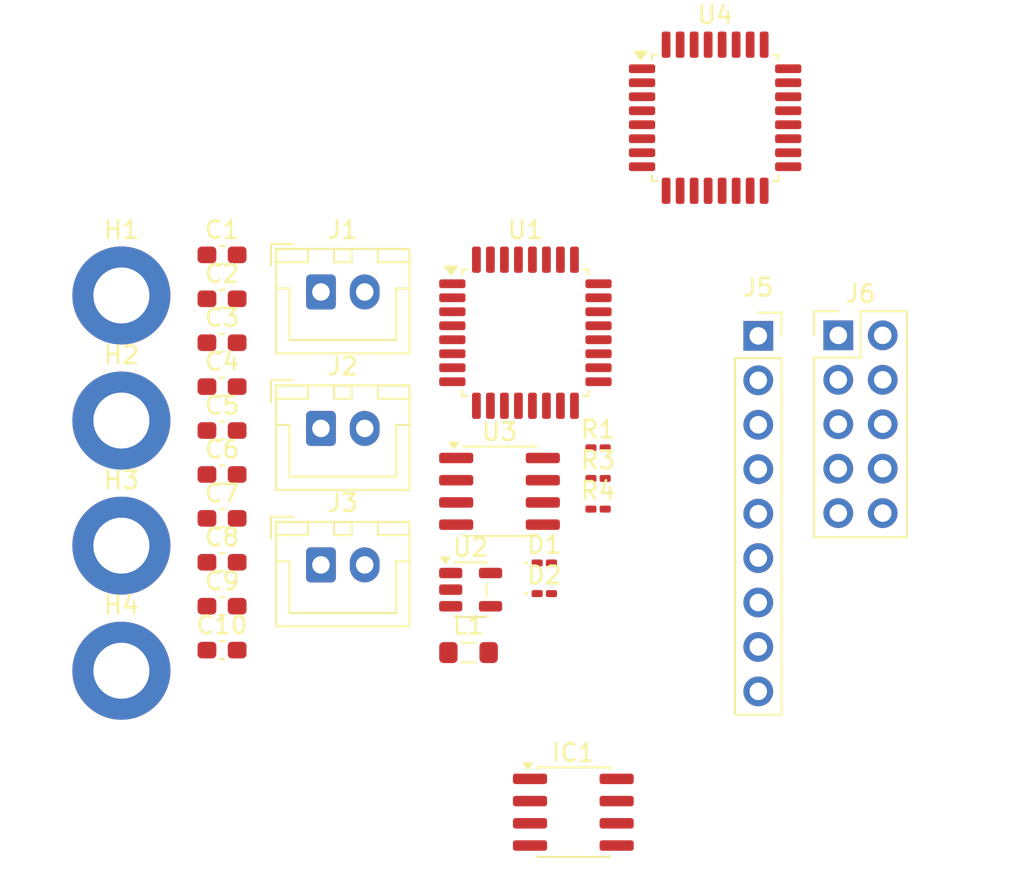
<source format=kicad_pcb>
(kicad_pcb (version 20241229) (generator "pcbnew") (generator_version "9.0")
  (layers (0 "F.Cu" signal) (2 "B.Cu" signal) (13 "F.Paste" user) (15 "B.Paste" user) (5 "F.SilkS" user "F.Silkscreen") (7 "B.SilkS" user "B.Silkscreen") (1 "F.Mask" user) (3 "B.Mask" user) (25 "Edge.Cuts" user))
  (net 0 "")
  (net 1 "GND")
  (net 2 "+5V")
  (net 3 "+3.3V")
  (net 4 "NRST")
  (net 5 "+3.3VA")
  (net 6 "Net-(D1-K)")
  (net 7 "LED_Status")
  (net 8 "Net-(D2-K)")
  (net 9 "ADC_IN1")
  (net 10 "DAC_OUT")
  (net 11 "LPn")
  (net 12 "SCL")
  (net 13 "INT")
  (net 14 "USART2_TX")
  (net 15 "USART2_RX")
  (net 16 "SWDCK")
  (net 17 "PWR_EN")
  (net 18 "SWDIO")
  (net 19 "Net-(U1-PB9)")
  (net 21 "DAC_nLDAC")
  (net 31 "SPI1_SCK")
  (net 33 "DAC_nCS")
  (net 36 "SPI1_MOSI")
  (net 40 "I2C_RST")
  (net 41 "SDA")
  (net 60 "Net-(U4-PB8)")
  (net 62 "PG10")
  (net 72 "AVDD")
  (footprint "MountingHole:MountingHole_3.2mm_M3_DIN965_Pad" (layer "F.Cu") (at 165.22 83.72)
    (property "Reference" "H4" (at 0 -3.75 0) (layer "F.SilkS"))
    (property "Value" "MountingHole_Pad")
    (pad "1" thru_hole circle (at 0 0) (size 5.6 5.6) (drill 3.2) (layers "*.Cu" "*.Mask") (net 1 "GND"))
  )
  (footprint "Capacitor_SMD:C_0603_1608Metric_Pad1.08x0.95mm_HandSolder" (layer "F.Cu") (at 170.97 62.46)
    (property "Reference" "C2" (at 0 -1.43 0) (layer "F.SilkS"))
    (property "Value" "1u")
    (fp_line (start -0.146267 -0.51) (end 0.146267 -0.51) (stroke (width 0.12)) (layer "F.SilkS"))
    (fp_line (start -0.146267 0.51) (end 0.146267 0.51) (stroke (width 0.12)) (layer "F.SilkS"))
    (pad "1" smd roundrect (at -0.8625 0) (size 1.075 0.95) (layers "F.Cu" "F.Mask" "F.Paste") (net 3 "+3.3V"))
    (pad "2" smd roundrect (at 0.8625 0) (size 1.075 0.95) (layers "F.Cu" "F.Mask" "F.Paste") (net 1 "GND"))
  )
  (footprint "Capacitor_SMD:C_0603_1608Metric_Pad1.08x0.95mm_HandSolder" (layer "F.Cu") (at 170.97 75.01)
    (property "Reference" "C7" (at 0 -1.43 0) (layer "F.SilkS"))
    (property "Value" "1u")
    (fp_line (start -0.146267 -0.51) (end 0.146267 -0.51) (stroke (width 0.12)) (layer "F.SilkS"))
    (fp_line (start -0.146267 0.51) (end 0.146267 0.51) (stroke (width 0.12)) (layer "F.SilkS"))
    (pad "1" smd roundrect (at -0.8625 0) (size 1.075 0.95) (layers "F.Cu" "F.Mask" "F.Paste") (net 5 "+3.3VA"))
    (pad "2" smd roundrect (at 0.8625 0) (size 1.075 0.95) (layers "F.Cu" "F.Mask" "F.Paste") (net 1 "GND"))
  )
  (footprint "Package_TO_SOT_SMD:SOT-23-5" (layer "F.Cu") (at 185.17 79.085)
    (property "Reference" "U2" (at 0 -2.4 0) (layer "F.SilkS"))
    (property "Value" "BU33SD5WG-TR")
    (fp_line (start -0.91 -1.56) (end 0.91 -1.56) (stroke (width 0.12)) (layer "F.SilkS"))
    (fp_line (start -0.91 -1.51) (end -0.91 -1.56) (stroke (width 0.12)) (layer "F.SilkS"))
    (fp_line (start -0.91 1.56) (end -0.91 1.51) (stroke (width 0.12)) (layer "F.SilkS"))
    (fp_line (start 0.91 -1.56) (end 0.91 -1.51) (stroke (width 0.12)) (layer "F.SilkS"))
    (fp_line (start 0.91 -0.39) (end 0.91 0.39) (stroke (width 0.12)) (layer "F.SilkS"))
    (fp_line (start 0.91 1.51) (end 0.91 1.56) (stroke (width 0.12)) (layer "F.SilkS"))
    (fp_line (start 0.91 1.56) (end -0.91 1.56) (stroke (width 0.12)) (layer "F.SilkS"))
    (fp_poly (pts (xy -1.45 -1.51) (xy -1.69 -1.84) (xy -1.21 -1.84)) (stroke (width 0.12)) (fill yes) (layer "F.SilkS"))
    (pad "1" smd roundrect (at -1.1375 -0.95) (size 1.325 0.6) (layers "F.Cu" "F.Mask" "F.Paste") (net 2 "+5V"))
    (pad "2" smd roundrect (at -1.1375 0) (size 1.325 0.6) (layers "F.Cu" "F.Mask" "F.Paste") (net 1 "GND"))
    (pad "3" smd roundrect (at -1.1375 0.95) (size 1.325 0.6) (layers "F.Cu" "F.Mask" "F.Paste") (net 2 "+5V"))
    (pad "4" smd roundrect (at 1.1375 0.95) (size 1.325 0.6) (layers "F.Cu" "F.Mask" "F.Paste"))
    (pad "5" smd roundrect (at 1.1375 -0.95) (size 1.325 0.6) (layers "F.Cu" "F.Mask" "F.Paste") (net 3 "+3.3V"))
  )
  (footprint "Package_QFP:LQFP-32_7x7mm_P0.8mm" (layer "F.Cu") (at 199.1375 52.11)
    (property "Reference" "U4" (at 0 -5.88 0) (layer "F.SilkS"))
    (property "Value" "STM32G431K8Tx")
    (fp_line (start -3.61 -3.61) (end -3.31 -3.61) (stroke (width 0.12)) (layer "F.SilkS"))
    (fp_line (start -3.61 -3.31) (end -3.61 -3.61) (stroke (width 0.12)) (layer "F.SilkS"))
    (fp_line (start -3.61 3.61) (end -3.61 3.31) (stroke (width 0.12)) (layer "F.SilkS"))
    (fp_line (start -3.31 3.61) (end -3.61 3.61) (stroke (width 0.12)) (layer "F.SilkS"))
    (fp_line (start 3.31 -3.61) (end 3.61 -3.61) (stroke (width 0.12)) (layer "F.SilkS"))
    (fp_line (start 3.61 -3.61) (end 3.61 -3.31) (stroke (width 0.12)) (layer "F.SilkS"))
    (fp_line (start 3.61 3.31) (end 3.61 3.61) (stroke (width 0.12)) (layer "F.SilkS"))
    (fp_line (start 3.61 3.61) (end 3.31 3.61) (stroke (width 0.12)) (layer "F.SilkS"))
    (fp_poly (pts (xy -4.25 -3.32) (xy -4.59 -3.79) (xy -3.91 -3.79)) (stroke (width 0.12)) (fill yes) (layer "F.SilkS"))
    (pad "1" smd roundrect (at -4.175 -2.8) (size 1.5 0.5) (layers "F.Cu" "F.Mask" "F.Paste") (net 3 "+3.3V"))
    (pad "2" smd roundrect (at -4.175 -2) (size 1.5 0.5) (layers "F.Cu" "F.Mask" "F.Paste"))
    (pad "3" smd roundrect (at -4.175 -1.2) (size 1.5 0.5) (layers "F.Cu" "F.Mask" "F.Paste"))
    (pad "4" smd roundrect (at -4.175 -0.4) (size 1.5 0.5) (layers "F.Cu" "F.Mask" "F.Paste") (net 62 "PG10"))
    (pad "5" smd roundrect (at -4.175 0.4) (size 1.5 0.5) (layers "F.Cu" "F.Mask" "F.Paste") (net 15 "USART2_RX"))
    (pad "6" smd roundrect (at -4.175 1.2) (size 1.5 0.5) (layers "F.Cu" "F.Mask" "F.Paste") (net 9 "ADC_IN1"))
    (pad "7" smd roundrect (at -4.175 2) (size 1.5 0.5) (layers "F.Cu" "F.Mask" "F.Paste") (net 14 "USART2_TX"))
    (pad "8" smd roundrect (at -4.175 2.8) (size 1.5 0.5) (layers "F.Cu" "F.Mask" "F.Paste"))
    (pad "9" smd roundrect (at -2.8 4.175) (size 0.5 1.5) (layers "F.Cu" "F.Mask" "F.Paste"))
    (pad "10" smd roundrect (at -2 4.175) (size 0.5 1.5) (layers "F.Cu" "F.Mask" "F.Paste"))
    (pad "11" smd roundrect (at -1.2 4.175) (size 0.5 1.5) (layers "F.Cu" "F.Mask" "F.Paste"))
    (pad "12" smd roundrect (at -0.4 4.175) (size 0.5 1.5) (layers "F.Cu" "F.Mask" "F.Paste"))
    (pad "13" smd roundrect (at 0.4 4.175) (size 0.5 1.5) (layers "F.Cu" "F.Mask" "F.Paste"))
    (pad "14" smd roundrect (at 1.2 4.175) (size 0.5 1.5) (layers "F.Cu" "F.Mask" "F.Paste") (net 1 "GND"))
    (pad "15" smd roundrect (at 2 4.175) (size 0.5 1.5) (layers "F.Cu" "F.Mask" "F.Paste") (net 5 "+3.3VA"))
    (pad "16" smd roundrect (at 2.8 4.175) (size 0.5 1.5) (layers "F.Cu" "F.Mask" "F.Paste") (net 1 "GND"))
    (pad "17" smd roundrect (at 4.175 2.8) (size 1.5 0.5) (layers "F.Cu" "F.Mask" "F.Paste") (net 3 "+3.3V"))
    (pad "18" smd roundrect (at 4.175 2) (size 1.5 0.5) (layers "F.Cu" "F.Mask" "F.Paste") (net 7 "LED_Status"))
    (pad "19" smd roundrect (at 4.175 1.2) (size 1.5 0.5) (layers "F.Cu" "F.Mask" "F.Paste"))
    (pad "20" smd roundrect (at 4.175 0.4) (size 1.5 0.5) (layers "F.Cu" "F.Mask" "F.Paste"))
    (pad "21" smd roundrect (at 4.175 -0.4) (size 1.5 0.5) (layers "F.Cu" "F.Mask" "F.Paste"))
    (pad "22" smd roundrect (at 4.175 -1.2) (size 1.5 0.5) (layers "F.Cu" "F.Mask" "F.Paste"))
    (pad "23" smd roundrect (at 4.175 -2) (size 1.5 0.5) (layers "F.Cu" "F.Mask" "F.Paste") (net 18 "SWDIO"))
    (pad "24" smd roundrect (at 4.175 -2.8) (size 1.5 0.5) (layers "F.Cu" "F.Mask" "F.Paste") (net 16 "SWDCK"))
    (pad "25" smd roundrect (at 2.8 -4.175) (size 0.5 1.5) (layers "F.Cu" "F.Mask" "F.Paste"))
    (pad "26" smd roundrect (at 2 -4.175) (size 0.5 1.5) (layers "F.Cu" "F.Mask" "F.Paste"))
    (pad "27" smd roundrect (at 1.2 -4.175) (size 0.5 1.5) (layers "F.Cu" "F.Mask" "F.Paste"))
    (pad "28" smd roundrect (at 0.4 -4.175) (size 0.5 1.5) (layers "F.Cu" "F.Mask" "F.Paste"))
    (pad "29" smd roundrect (at -0.4 -4.175) (size 0.5 1.5) (layers "F.Cu" "F.Mask" "F.Paste"))
    (pad "30" smd roundrect (at -1.2 -4.175) (size 0.5 1.5) (layers "F.Cu" "F.Mask" "F.Paste"))
    (pad "31" smd roundrect (at -2 -4.175) (size 0.5 1.5) (layers "F.Cu" "F.Mask" "F.Paste") (net 60 "Net-(U4-PB8)"))
    (pad "32" smd roundrect (at -2.8 -4.175) (size 0.5 1.5) (layers "F.Cu" "F.Mask" "F.Paste") (net 1 "GND"))
  )
  (footprint "Package_SO:SOIC-8_3.9x4.9mm_P1.27mm" (layer "F.Cu") (at 191.0375 91.805)
    (property "Reference" "IC1" (at 0 -3.4 0) (layer "F.SilkS"))
    (property "Value" "M95512-RMN6TP")
    (fp_line (start -2.06 -2.56) (end 2.06 -2.56) (stroke (width 0.12)) (layer "F.SilkS"))
    (fp_line (start -2.06 -2.465) (end -2.06 -2.56) (stroke (width 0.12)) (layer "F.SilkS"))
    (fp_line (start -2.06 2.56) (end -2.06 2.465) (stroke (width 0.12)) (layer "F.SilkS"))
    (fp_line (start 2.06 -2.56) (end 2.06 -2.465) (stroke (width 0.12)) (layer "F.SilkS"))
    (fp_line (start 2.06 2.465) (end 2.06 2.56) (stroke (width 0.12)) (layer "F.SilkS"))
    (fp_line (start 2.06 2.56) (end -2.06 2.56) (stroke (width 0.12)) (layer "F.SilkS"))
    (fp_poly (pts (xy -2.6 -2.47) (xy -2.84 -2.8) (xy -2.36 -2.8)) (stroke (width 0.12)) (fill yes) (layer "F.SilkS"))
    (pad "1" smd roundrect (at -2.475 -1.905) (size 1.95 0.6) (layers "F.Cu" "F.Mask" "F.Paste"))
    (pad "2" smd roundrect (at -2.475 -0.635) (size 1.95 0.6) (layers "F.Cu" "F.Mask" "F.Paste"))
    (pad "3" smd roundrect (at -2.475 0.635) (size 1.95 0.6) (layers "F.Cu" "F.Mask" "F.Paste"))
    (pad "4" smd roundrect (at -2.475 1.905) (size 1.95 0.6) (layers "F.Cu" "F.Mask" "F.Paste"))
    (pad "5" smd roundrect (at 2.475 1.905) (size 1.95 0.6) (layers "F.Cu" "F.Mask" "F.Paste"))
    (pad "6" smd roundrect (at 2.475 0.635) (size 1.95 0.6) (layers "F.Cu" "F.Mask" "F.Paste"))
    (pad "7" smd roundrect (at 2.475 -0.635) (size 1.95 0.6) (layers "F.Cu" "F.Mask" "F.Paste"))
    (pad "8" smd roundrect (at 2.475 -1.905) (size 1.95 0.6) (layers "F.Cu" "F.Mask" "F.Paste"))
  )
  (footprint "Capacitor_SMD:C_0603_1608Metric_Pad1.08x0.95mm_HandSolder" (layer "F.Cu") (at 170.97 77.52)
    (property "Reference" "C8" (at 0 -1.43 0) (layer "F.SilkS"))
    (property "Value" "4u")
    (fp_line (start -0.146267 -0.51) (end 0.146267 -0.51) (stroke (width 0.12)) (layer "F.SilkS"))
    (fp_line (start -0.146267 0.51) (end 0.146267 0.51) (stroke (width 0.12)) (layer "F.SilkS"))
    (pad "1" smd roundrect (at -0.8625 0) (size 1.075 0.95) (layers "F.Cu" "F.Mask" "F.Paste") (net 3 "+3.3V"))
    (pad "2" smd roundrect (at 0.8625 0) (size 1.075 0.95) (layers "F.Cu" "F.Mask" "F.Paste") (net 1 "GND"))
  )
  (footprint "Capacitor_SMD:C_0603_1608Metric_Pad1.08x0.95mm_HandSolder" (layer "F.Cu") (at 170.97 82.54)
    (property "Reference" "C10" (at 0 -1.43 0) (layer "F.SilkS"))
    (property "Value" "100n")
    (fp_line (start -0.146267 -0.51) (end 0.146267 -0.51) (stroke (width 0.12)) (layer "F.SilkS"))
    (fp_line (start -0.146267 0.51) (end 0.146267 0.51) (stroke (width 0.12)) (layer "F.SilkS"))
    (pad "1" smd roundrect (at -0.8625 0) (size 1.075 0.95) (layers "F.Cu" "F.Mask" "F.Paste") (net 3 "+3.3V"))
    (pad "2" smd roundrect (at 0.8625 0) (size 1.075 0.95) (layers "F.Cu" "F.Mask" "F.Paste") (net 1 "GND"))
  )
  (footprint "Capacitor_SMD:C_0603_1608Metric_Pad1.08x0.95mm_HandSolder" (layer "F.Cu") (at 170.97 80.03)
    (property "Reference" "C9" (at 0 -1.43 0) (layer "F.SilkS"))
    (property "Value" "100n")
    (fp_line (start -0.146267 -0.51) (end 0.146267 -0.51) (stroke (width 0.12)) (layer "F.SilkS"))
    (fp_line (start -0.146267 0.51) (end 0.146267 0.51) (stroke (width 0.12)) (layer "F.SilkS"))
    (pad "1" smd roundrect (at -0.8625 0) (size 1.075 0.95) (layers "F.Cu" "F.Mask" "F.Paste") (net 3 "+3.3V"))
    (pad "2" smd roundrect (at 0.8625 0) (size 1.075 0.95) (layers "F.Cu" "F.Mask" "F.Paste") (net 1 "GND"))
  )
  (footprint "Connector_PinHeader_2.54mm:PinHeader_2x05_P2.54mm_Vertical" (layer "F.Cu") (at 206.1725 64.55)
    (property "Reference" "J6" (at 1.27 -2.38 0) (layer "F.SilkS"))
    (property "Value" "Conn_02x05_Top_Bottom")
    (fp_line (start -1.38 -1.38) (end 0 -1.38) (stroke (width 0.12)) (layer "F.SilkS"))
    (fp_line (start -1.38 0) (end -1.38 -1.38) (stroke (width 0.12)) (layer "F.SilkS"))
    (fp_line (start -1.38 1.27) (end -1.38 11.54) (stroke (width 0.12)) (layer "F.SilkS"))
    (fp_line (start -1.38 1.27) (end 1.27 1.27) (stroke (width 0.12)) (layer "F.SilkS"))
    (fp_line (start -1.38 11.54) (end 3.92 11.54) (stroke (width 0.12)) (layer "F.SilkS"))
    (fp_line (start 1.27 -1.38) (end 3.92 -1.38) (stroke (width 0.12)) (layer "F.SilkS"))
    (fp_line (start 1.27 1.27) (end 1.27 -1.38) (stroke (width 0.12)) (layer "F.SilkS"))
    (fp_line (start 3.92 -1.38) (end 3.92 11.54) (stroke (width 0.12)) (layer "F.SilkS"))
    (pad "1" thru_hole rect (at 0 0) (size 1.7 1.7) (drill 1) (layers "*.Cu" "*.Mask") (net 3 "+3.3V"))
    (pad "2" thru_hole circle (at 2.54 0) (size 1.7 1.7) (drill 1) (layers "*.Cu" "*.Mask") (net 1 "GND"))
    (pad "3" thru_hole circle (at 0 2.54) (size 1.7 1.7) (drill 1) (layers "*.Cu" "*.Mask") (net 1 "GND"))
    (pad "4" thru_hole circle (at 2.54 2.54) (size 1.7 1.7) (drill 1) (layers "*.Cu" "*.Mask") (net 1 "GND"))
    (pad "5" thru_hole circle (at 0 5.08) (size 1.7 1.7) (drill 1) (layers "*.Cu" "*.Mask") (net 15 "USART2_RX"))
    (pad "6" thru_hole circle (at 2.54 5.08) (size 1.7 1.7) (drill 1) (layers "*.Cu" "*.Mask") (net 18 "SWDIO"))
    (pad "7" thru_hole circle (at 0 7.62) (size 1.7 1.7) (drill 1) (layers "*.Cu" "*.Mask") (net 16 "SWDCK"))
    (pad "8" thru_hole circle (at 2.54 7.62) (size 1.7 1.7) (drill 1) (layers "*.Cu" "*.Mask"))
    (pad "9" thru_hole circle (at 0 10.16) (size 1.7 1.7) (drill 1) (layers "*.Cu" "*.Mask") (net 62 "PG10"))
    (pad "10" thru_hole circle (at 2.54 10.16) (size 1.7 1.7) (drill 1) (layers "*.Cu" "*.Mask") (net 14 "USART2_TX"))
  )
  (footprint "MountingHole:MountingHole_3.2mm_M3_DIN965_Pad" (layer "F.Cu") (at 165.22 69.42)
    (property "Reference" "H2" (at 0 -3.75 0) (layer "F.SilkS"))
    (property "Value" "MountingHole_Pad")
    (pad "1" thru_hole circle (at 0 0) (size 5.6 5.6) (drill 3.2) (layers "*.Cu" "*.Mask") (net 1 "GND"))
  )
  (footprint "Resistor_SMD:R_0201_0603Metric_Pad0.64x0.40mm_HandSolder" (layer "F.Cu") (at 192.45 72.73)
    (property "Reference" "R3" (at 0 -1.05 0) (layer "F.SilkS"))
    (property "Value" "1k")
    (pad "1" smd roundrect (at -0.4075 0) (size 0.635 0.4) (layers "F.Cu" "F.Mask") (net 6 "Net-(D1-K)"))
    (pad "2" smd roundrect (at 0.4075 0) (size 0.635 0.4) (layers "F.Cu" "F.Mask") (net 1 "GND"))
  )
  (footprint "LED_SMD:LED_0201_0603Metric_Pad0.64x0.40mm_HandSolder" (layer "F.Cu") (at 189.38 77.56)
    (property "Reference" "D1" (at 0 -1.05 0) (layer "F.SilkS"))
    (property "Value" "LED_Small")
    (fp_circle (center -1.035 0) (end -0.985 0) (stroke (width 0.1)) (fill no) (layer "F.SilkS"))
    (pad "1" smd roundrect (at -0.4075 0) (size 0.635 0.4) (layers "F.Cu" "F.Mask") (net 6 "Net-(D1-K)"))
    (pad "2" smd roundrect (at 0.4075 0) (size 0.635 0.4) (layers "F.Cu" "F.Mask") (net 7 "LED_Status"))
  )
  (footprint "Package_SO:SOIC-8_3.9x4.9mm_P1.27mm" (layer "F.Cu") (at 186.82 73.465)
    (property "Reference" "U3" (at 0 -3.4 0) (layer "F.SilkS"))
    (property "Value" "MCP4801")
    (fp_line (start -2.06 -2.56) (end 2.06 -2.56) (stroke (width 0.12)) (layer "F.SilkS"))
    (fp_line (start -2.06 -2.465) (end -2.06 -2.56) (stroke (width 0.12)) (layer "F.SilkS"))
    (fp_line (start -2.06 2.56) (end -2.06 2.465) (stroke (width 0.12)) (layer "F.SilkS"))
    (fp_line (start 2.06 -2.56) (end 2.06 -2.465) (stroke (width 0.12)) (layer "F.SilkS"))
    (fp_line (start 2.06 2.465) (end 2.06 2.56) (stroke (width 0.12)) (layer "F.SilkS"))
    (fp_line (start 2.06 2.56) (end -2.06 2.56) (stroke (width 0.12)) (layer "F.SilkS"))
    (fp_poly (pts (xy -2.6 -2.47) (xy -2.84 -2.8) (xy -2.36 -2.8)) (stroke (width 0.12)) (fill yes) (layer "F.SilkS"))
    (pad "1" smd roundrect (at -2.475 -1.905) (size 1.95 0.6) (layers "F.Cu" "F.Mask" "F.Paste") (net 5 "+3.3VA"))
    (pad "2" smd roundrect (at -2.475 -0.635) (size 1.95 0.6) (layers "F.Cu" "F.Mask" "F.Paste") (net 33 "DAC_nCS"))
    (pad "3" smd roundrect (at -2.475 0.635) (size 1.95 0.6) (layers "F.Cu" "F.Mask" "F.Paste") (net 31 "SPI1_SCK"))
    (pad "4" smd roundrect (at -2.475 1.905) (size 1.95 0.6) (layers "F.Cu" "F.Mask" "F.Paste") (net 36 "SPI1_MOSI"))
    (pad "5" smd roundrect (at 2.475 1.905) (size 1.95 0.6) (layers "F.Cu" "F.Mask" "F.Paste") (net 21 "DAC_nLDAC"))
    (pad "6" smd roundrect (at 2.475 0.635) (size 1.95 0.6) (layers "F.Cu" "F.Mask" "F.Paste") (net 5 "+3.3VA"))
    (pad "7" smd roundrect (at 2.475 -0.635) (size 1.95 0.6) (layers "F.Cu" "F.Mask" "F.Paste") (net 1 "GND"))
    (pad "8" smd roundrect (at 2.475 -1.905) (size 1.95 0.6) (layers "F.Cu" "F.Mask" "F.Paste") (net 10 "DAC_OUT"))
  )
  (footprint "Capacitor_SMD:C_0603_1608Metric_Pad1.08x0.95mm_HandSolder" (layer "F.Cu") (at 170.97 64.97)
    (property "Reference" "C3" (at 0 -1.43 0) (layer "F.SilkS"))
    (property "Value" "100n")
    (fp_line (start -0.146267 -0.51) (end 0.146267 -0.51) (stroke (width 0.12)) (layer "F.SilkS"))
    (fp_line (start -0.146267 0.51) (end 0.146267 0.51) (stroke (width 0.12)) (layer "F.SilkS"))
    (pad "1" smd roundrect (at -0.8625 0) (size 1.075 0.95) (layers "F.Cu" "F.Mask" "F.Paste") (net 62 "PG10"))
    (pad "2" smd roundrect (at 0.8625 0) (size 1.075 0.95) (layers "F.Cu" "F.Mask" "F.Paste") (net 1 "GND"))
  )
  (footprint "Capacitor_SMD:C_0603_1608Metric_Pad1.08x0.95mm_HandSolder" (layer "F.Cu") (at 170.97 59.95)
    (property "Reference" "C1" (at 0 -1.43 0) (layer "F.SilkS"))
    (property "Value" "1u")
    (fp_line (start -0.146267 -0.51) (end 0.146267 -0.51) (stroke (width 0.12)) (layer "F.SilkS"))
    (fp_line (start -0.146267 0.51) (end 0.146267 0.51) (stroke (width 0.12)) (layer "F.SilkS"))
    (pad "1" smd roundrect (at -0.8625 0) (size 1.075 0.95) (layers "F.Cu" "F.Mask" "F.Paste") (net 2 "+5V"))
    (pad "2" smd roundrect (at 0.8625 0) (size 1.075 0.95) (layers "F.Cu" "F.Mask" "F.Paste") (net 1 "GND"))
  )
  (footprint "Connector_JST:JST_XH_B2B-XH-A_1x02_P2.50mm_Vertical" (layer "F.Cu") (at 176.62 69.87)
    (property "Reference" "J2" (at 1.25 -3.55 0) (layer "F.SilkS"))
    (property "Value" "Conn_01x02")
    (fp_line (start -2.85 -2.75) (end -2.85 -1.5) (stroke (width 0.12)) (layer "F.SilkS"))
    (fp_line (start -2.55 -0.2) (end -1.8 -0.2) (stroke (width 0.12)) (layer "F.SilkS"))
    (fp_line (start -1.8 -0.2) (end -1.8 2.75) (stroke (width 0.12)) (layer "F.SilkS"))
    (fp_line (start -1.8 2.75) (end 1.25 2.75) (stroke (width 0.12)) (layer "F.SilkS"))
    (fp_line (start -1.6 -2.75) (end -2.85 -2.75) (stroke (width 0.12)) (layer "F.SilkS"))
    (fp_line (start 4.3 -0.2) (end 4.3 2.75) (stroke (width 0.12)) (layer "F.SilkS"))
    (fp_line (start 4.3 2.75) (end 1.25 2.75) (stroke (width 0.12)) (layer "F.SilkS"))
    (fp_line (start 5.05 -0.2) (end 4.3 -0.2) (stroke (width 0.12)) (layer "F.SilkS"))
    (fp_rect (start -2.56 -2.46) (end 5.06 3.51) (stroke (width 0.12)) (fill no) (layer "F.SilkS"))
    (fp_rect (start -2.55 -2.45) (end -0.75 -1.7) (stroke (width 0.12)) (fill no) (layer "F.SilkS"))
    (fp_rect (start 0.75 -2.45) (end 1.75 -1.7) (stroke (width 0.12)) (fill no) (layer "F.SilkS"))
    (fp_rect (start 3.25 -2.45) (end 5.05 -1.7) (stroke (width 0.12)) (fill no) (layer "F.SilkS"))
    (pad "1" thru_hole roundrect (at 0 0) (size 1.7 2) (drill 1) (layers "*.Cu" "*.Mask") (roundrect_rratio 0.147059) (net 9 "ADC_IN1"))
    (pad "2" thru_hole oval (at 2.5 0) (size 1.7 2) (drill 1) (layers "*.Cu" "*.Mask") (net 1 "GND"))
  )
  (footprint "Connector_JST:JST_XH_B2B-XH-A_1x02_P2.50mm_Vertical" (layer "F.Cu") (at 176.62 77.67)
    (property "Reference" "J3" (at 1.25 -3.55 0) (layer "F.SilkS"))
    (property "Value" "Conn_01x02")
    (fp_line (start -2.85 -2.75) (end -2.85 -1.5) (stroke (width 0.12)) (layer "F.SilkS"))
    (fp_line (start -2.55 -0.2) (end -1.8 -0.2) (stroke (width 0.12)) (layer "F.SilkS"))
    (fp_line (start -1.8 -0.2) (end -1.8 2.75) (stroke (width 0.12)) (layer "F.SilkS"))
    (fp_line (start -1.8 2.75) (end 1.25 2.75) (stroke (width 0.12)) (layer "F.SilkS"))
    (fp_line (start -1.6 -2.75) (end -2.85 -2.75) (stroke (width 0.12)) (layer "F.SilkS"))
    (fp_line (start 4.3 -0.2) (end 4.3 2.75) (stroke (width 0.12)) (layer "F.SilkS"))
    (fp_line (start 4.3 2.75) (end 1.25 2.75) (stroke (width 0.12)) (layer "F.SilkS"))
    (fp_line (start 5.05 -0.2) (end 4.3 -0.2) (stroke (width 0.12)) (layer "F.SilkS"))
    (fp_rect (start -2.56 -2.46) (end 5.06 3.51) (stroke (width 0.12)) (fill no) (layer "F.SilkS"))
    (fp_rect (start -2.55 -2.45) (end -0.75 -1.7) (stroke (width 0.12)) (fill no) (layer "F.SilkS"))
    (fp_rect (start 0.75 -2.45) (end 1.75 -1.7) (stroke (width 0.12)) (fill no) (layer "F.SilkS"))
    (fp_rect (start 3.25 -2.45) (end 5.05 -1.7) (stroke (width 0.12)) (fill no) (layer "F.SilkS"))
    (pad "1" thru_hole roundrect (at 0 0) (size 1.7 2) (drill 1) (layers "*.Cu" "*.Mask") (roundrect_rratio 0.147059) (net 10 "DAC_OUT"))
    (pad "2" thru_hole oval (at 2.5 0) (size 1.7 2) (drill 1) (layers "*.Cu" "*.Mask") (net 1 "GND"))
  )
  (footprint "MountingHole:MountingHole_3.2mm_M3_DIN965_Pad" (layer "F.Cu") (at 165.22 76.57)
    (property "Reference" "H3" (at 0 -3.75 0) (layer "F.SilkS"))
    (property "Value" "MountingHole_Pad")
    (pad "1" thru_hole circle (at 0 0) (size 5.6 5.6) (drill 3.2) (layers "*.Cu" "*.Mask") (net 1 "GND"))
  )
  (footprint "MountingHole:MountingHole_3.2mm_M3_DIN965_Pad" (layer "F.Cu") (at 165.22 62.27)
    (property "Reference" "H1" (at 0 -3.75 0) (layer "F.SilkS"))
    (property "Value" "MountingHole_Pad")
    (pad "1" thru_hole circle (at 0 0) (size 5.6 5.6) (drill 3.2) (layers "*.Cu" "*.Mask") (net 1 "GND"))
  )
  (footprint "LED_SMD:LED_0201_0603Metric_Pad0.64x0.40mm_HandSolder" (layer "F.Cu") (at 189.38 79.31)
    (property "Reference" "D2" (at 0 -1.05 0) (layer "F.SilkS"))
    (property "Value" "LED_Small")
    (fp_circle (center -1.035 0) (end -0.985 0) (stroke (width 0.1)) (fill no) (layer "F.SilkS"))
    (pad "1" smd roundrect (at -0.4075 0) (size 0.635 0.4) (layers "F.Cu" "F.Mask") (net 8 "Net-(D2-K)"))
    (pad "2" smd roundrect (at 0.4075 0) (size 0.635 0.4) (layers "F.Cu" "F.Mask") (net 3 "+3.3V"))
  )
  (footprint "Connector_PinSocket_2.54mm:PinSocket_1x09_P2.54mm_Vertical" (layer "F.Cu") (at 201.6025 64.58)
    (property "Reference" "J5" (at 0 -2.77 0) (layer "F.SilkS"))
    (property "Value" "Conn_01x09_Pin")
    (fp_line (start -1.33 1.27) (end -1.33 21.65) (stroke (width 0.12)) (layer "F.SilkS"))
    (fp_line (start -1.33 1.27) (end 1.33 1.27) (stroke (width 0.12)) (layer "F.SilkS"))
    (fp_line (start -1.33 21.65) (end 1.33 21.65) (stroke (width 0.12)) (layer "F.SilkS"))
    (fp_line (start 0 -1.33) (end 1.33 -1.33) (stroke (width 0.12)) (layer "F.SilkS"))
    (fp_line (start 1.33 -1.33) (end 1.33 0) (stroke (width 0.12)) (layer "F.SilkS"))
    (fp_line (start 1.33 1.27) (end 1.33 21.65) (stroke (width 0.12)) (layer "F.SilkS"))
    (pad "1" thru_hole rect (at 0 0) (size 1.7 1.7) (drill 1) (layers "*.Cu" "*.Mask") (net 13 "INT"))
    (pad "2" thru_hole circle (at 0 2.54) (size 1.7 1.7) (drill 1) (layers "*.Cu" "*.Mask") (net 40 "I2C_RST"))
    (pad "3" thru_hole circle (at 0 5.08) (size 1.7 1.7) (drill 1) (layers "*.Cu" "*.Mask") (net 41 "SDA"))
    (pad "4" thru_hole circle (at 0 7.62) (size 1.7 1.7) (drill 1) (layers "*.Cu" "*.Mask") (net 12 "SCL"))
    (pad "5" thru_hole circle (at 0 10.16) (size 1.7 1.7) (drill 1) (layers "*.Cu" "*.Mask") (net 11 "LPn"))
    (pad "6" thru_hole circle (at 0 12.7) (size 1.7 1.7) (drill 1) (layers "*.Cu" "*.Mask") (net 17 "PWR_EN"))
    (pad "7" thru_hole circle (at 0 15.24) (size 1.7 1.7) (drill 1) (layers "*.Cu" "*.Mask") (net 72 "AVDD"))
    (pad "8" thru_hole circle (at 0 17.78) (size 1.7 1.7) (drill 1) (layers "*.Cu" "*.Mask"))
    (pad "9" thru_hole circle (at 0 20.32) (size 1.7 1.7) (drill 1) (layers "*.Cu" "*.Mask") (net 1 "GND"))
  )
  (footprint "Resistor_SMD:R_0201_0603Metric_Pad0.64x0.40mm_HandSolder" (layer "F.Cu") (at 192.45 70.98)
    (property "Reference" "R1" (at 0 -1.05 0) (layer "F.SilkS"))
    (property "Value" "10k")
    (pad "1" smd roundrect (at -0.4075 0) (size 0.635 0.4) (layers "F.Cu" "F.Mask") (net 60 "Net-(U4-PB8)"))
    (pad "2" smd roundrect (at 0.4075 0) (size 0.635 0.4) (layers "F.Cu" "F.Mask") (net 1 "GND"))
  )
  (footprint "Capacitor_SMD:C_0603_1608Metric_Pad1.08x0.95mm_HandSolder" (layer "F.Cu") (at 170.97 69.99)
    (property "Reference" "C5" (at 0 -1.43 0) (layer "F.SilkS"))
    (property "Value" "10u")
    (fp_line (start -0.146267 -0.51) (end 0.146267 -0.51) (stroke (width 0.12)) (layer "F.SilkS"))
    (fp_line (start -0.146267 0.51) (end 0.146267 0.51) (stroke (width 0.12)) (layer "F.SilkS"))
    (pad "1" smd roundrect (at -0.8625 0) (size 1.075 0.95) (layers "F.Cu" "F.Mask" "F.Paste") (net 5 "+3.3VA"))
    (pad "2" smd roundrect (at 0.8625 0) (size 1.075 0.95) (layers "F.Cu" "F.Mask" "F.Paste") (net 1 "GND"))
  )
  (footprint "Capacitor_SMD:C_0603_1608Metric_Pad1.08x0.95mm_HandSolder" (layer "F.Cu") (at 170.97 67.48)
    (property "Reference" "C4" (at 0 -1.43 0) (layer "F.SilkS"))
    (property "Value" "100n")
    (fp_line (start -0.146267 -0.51) (end 0.146267 -0.51) (stroke (width 0.12)) (layer "F.SilkS"))
    (fp_line (start -0.146267 0.51) (end 0.146267 0.51) (stroke (width 0.12)) (layer "F.SilkS"))
    (pad "1" smd roundrect (at -0.8625 0) (size 1.075 0.95) (layers "F.Cu" "F.Mask" "F.Paste") (net 5 "+3.3VA"))
    (pad "2" smd roundrect (at 0.8625 0) (size 1.075 0.95) (layers "F.Cu" "F.Mask" "F.Paste") (net 1 "GND"))
  )
  (footprint "Capacitor_SMD:C_0603_1608Metric_Pad1.08x0.95mm_HandSolder" (layer "F.Cu") (at 170.97 72.5)
    (property "Reference" "C6" (at 0 -1.43 0) (layer "F.SilkS"))
    (property "Value" "10n")
    (fp_line (start -0.146267 -0.51) (end 0.146267 -0.51) (stroke (width 0.12)) (layer "F.SilkS"))
    (fp_line (start -0.146267 0.51) (end 0.146267 0.51) (stroke (width 0.12)) (layer "F.SilkS"))
    (pad "1" smd roundrect (at -0.8625 0) (size 1.075 0.95) (layers "F.Cu" "F.Mask" "F.Paste") (net 5 "+3.3VA"))
    (pad "2" smd roundrect (at 0.8625 0) (size 1.075 0.95) (layers "F.Cu" "F.Mask" "F.Paste") (net 1 "GND"))
  )
  (footprint "Inductor_SMD:L_0805_2012Metric_Pad1.05x1.20mm_HandSolder" (layer "F.Cu") (at 185.05 82.68)
    (property "Reference" "L1" (at 0 -1.55 0) (layer "F.SilkS"))
    (property "Value" "39n")
    (fp_line (start -0.410242 -0.56) (end 0.410242 -0.56) (stroke (width 0.12)) (layer "F.SilkS"))
    (fp_line (start -0.410242 0.56) (end 0.410242 0.56) (stroke (width 0.12)) (layer "F.SilkS"))
    (pad "1" smd roundrect (at -1.15 0) (size 1.05 1.2) (layers "F.Cu" "F.Mask" "F.Paste") (roundrect_rratio 0.238095) (net 5 "+3.3VA"))
    (pad "2" smd roundrect (at 1.15 0) (size 1.05 1.2) (layers "F.Cu" "F.Mask" "F.Paste") (roundrect_rratio 0.238095) (net 3 "+3.3V"))
  )
  (footprint "Resistor_SMD:R_0201_0603Metric_Pad0.64x0.40mm_HandSolder" (layer "F.Cu") (at 192.45 74.48)
    (property "Reference" "R4" (at 0 -1.05 0) (layer "F.SilkS"))
    (property "Value" "1k")
    (pad "1" smd roundrect (at -0.4075 0) (size 0.635 0.4) (layers "F.Cu" "F.Mask") (net 8 "Net-(D2-K)"))
    (pad "2" smd roundrect (at 0.4075 0) (size 0.635 0.4) (layers "F.Cu" "F.Mask") (net 1 "GND"))
  )
  (footprint "Connector_JST:JST_XH_B2B-XH-A_1x02_P2.50mm_Vertical" (layer "F.Cu") (at 176.62 62.07)
    (property "Reference" "J1" (at 1.25 -3.55 0) (layer "F.SilkS"))
    (property "Value" "Conn_01x02")
    (fp_line (start -2.85 -2.75) (end -2.85 -1.5) (stroke (width 0.12)) (layer "F.SilkS"))
    (fp_line (start -2.55 -0.2) (end -1.8 -0.2) (stroke (width 0.12)) (layer "F.SilkS"))
    (fp_line (start -1.8 -0.2) (end -1.8 2.75) (stroke (width 0.12)) (layer "F.SilkS"))
    (fp_line (start -1.8 2.75) (end 1.25 2.75) (stroke (width 0.12)) (layer "F.SilkS"))
    (fp_line (start -1.6 -2.75) (end -2.85 -2.75) (stroke (width 0.12)) (layer "F.SilkS"))
    (fp_line (start 4.3 -0.2) (end 4.3 2.75) (stroke (width 0.12)) (layer "F.SilkS"))
    (fp_line (start 4.3 2.75) (end 1.25 2.75) (stroke (width 0.12)) (layer "F.SilkS"))
    (fp_line (start 5.05 -0.2) (end 4.3 -0.2) (stroke (width 0.12)) (layer "F.SilkS"))
    (fp_rect (start -2.56 -2.46) (end 5.06 3.51) (stroke (width 0.12)) (fill no) (layer "F.SilkS"))
    (fp_rect (start -2.55 -2.45) (end -0.75 -1.7) (stroke (width 0.12)) (fill no) (layer "F.SilkS"))
    (fp_rect (start 0.75 -2.45) (end 1.75 -1.7) (stroke (width 0.12)) (fill no) (layer "F.SilkS"))
    (fp_rect (start 3.25 -2.45) (end 5.05 -1.7) (stroke (width 0.12)) (fill no) (layer "F.SilkS"))
    (pad "1" thru_hole roundrect (at 0 0) (size 1.7 2) (drill 1) (layers "*.Cu" "*.Mask") (roundrect_rratio 0.147059) (net 2 "+5V"))
    (pad "2" thru_hole oval (at 2.5 0) (size 1.7 2) (drill 1) (layers "*.Cu" "*.Mask") (net 1 "GND"))
  )
  (footprint "Package_QFP:LQFP-32_7x7mm_P0.8mm" (layer "F.Cu") (at 188.3 64.4)
    (property "Reference" "U1" (at 0 -5.88 0) (layer "F.SilkS"))
    (property "Value" "STM32L021K4Tx")
    (fp_line (start -3.61 -3.61) (end -3.31 -3.61) (stroke (width 0.12)) (layer "F.SilkS"))
    (fp_line (start -3.61 -3.31) (end -3.61 -3.61) (stroke (width 0.12)) (layer "F.SilkS"))
    (fp_line (start -3.61 3.61) (end -3.61 3.31) (stroke (width 0.12)) (layer "F.SilkS"))
    (fp_line (start -3.31 3.61) (end -3.61 3.61) (stroke (width 0.12)) (layer "F.SilkS"))
    (fp_line (start 3.31 -3.61) (end 3.61 -3.61) (stroke (width 0.12)) (layer "F.SilkS"))
    (fp_line (start 3.61 -3.61) (end 3.61 -3.31) (stroke (width 0.12)) (layer "F.SilkS"))
    (fp_line (start 3.61 3.31) (end 3.61 3.61) (stroke (width 0.12)) (layer "F.SilkS"))
    (fp_line (start 3.61 3.61) (end 3.31 3.61) (stroke (width 0.12)) (layer "F.SilkS"))
    (fp_poly (pts (xy -4.25 -3.32) (xy -4.59 -3.79) (xy -3.91 -3.79)) (stroke (width 0.12)) (fill yes) (layer "F.SilkS"))
    (pad "1" smd roundrect (at -4.175 -2.8) (size 1.5 0.5) (layers "F.Cu" "F.Mask" "F.Paste") (net 3 "+3.3V"))
    (pad "2" smd roundrect (at -4.175 -2) (size 1.5 0.5) (layers "F.Cu" "F.Mask" "F.Paste"))
    (pad "3" smd roundrect (at -4.175 -1.2) (size 1.5 0.5) (layers "F.Cu" "F.Mask" "F.Paste"))
    (pad "4" smd roundrect (at -4.175 -0.4) (size 1.5 0.5) (layers "F.Cu" "F.Mask" "F.Paste") (net 4 "NRST"))
    (pad "5" smd roundrect (at -4.175 0.4) (size 1.5 0.5) (layers "F.Cu" "F.Mask" "F.Paste") (net 5 "+3.3VA"))
    (pad "6" smd roundrect (at -4.175 1.2) (size 1.5 0.5) (layers "F.Cu" "F.Mask" "F.Paste") (net 15 "USART2_RX"))
    (pad "7" smd roundrect (at -4.175 2) (size 1.5 0.5) (layers "F.Cu" "F.Mask" "F.Paste") (net 9 "ADC_IN1"))
    (pad "8" smd roundrect (at -4.175 2.8) (size 1.5 0.5) (layers "F.Cu" "F.Mask" "F.Paste") (net 14 "USART2_TX"))
    (pad "9" smd roundrect (at -2.8 4.175) (size 0.5 1.5) (layers "F.Cu" "F.Mask" "F.Paste") (net 21 "DAC_nLDAC"))
    (pad "10" smd roundrect (at -2 4.175) (size 0.5 1.5) (layers "F.Cu" "F.Mask" "F.Paste") (net 33 "DAC_nCS"))
    (pad "11" smd roundrect (at -1.2 4.175) (size 0.5 1.5) (layers "F.Cu" "F.Mask" "F.Paste") (net 31 "SPI1_SCK"))
    (pad "12" smd roundrect (at -0.4 4.175) (size 0.5 1.5) (layers "F.Cu" "F.Mask" "F.Paste"))
    (pad "13" smd roundrect (at 0.4 4.175) (size 0.5 1.5) (layers "F.Cu" "F.Mask" "F.Paste") (net 36 "SPI1_MOSI"))
    (pad "14" smd roundrect (at 1.2 4.175) (size 0.5 1.5) (layers "F.Cu" "F.Mask" "F.Paste"))
    (pad "15" smd roundrect (at 2 4.175) (size 0.5 1.5) (layers "F.Cu" "F.Mask" "F.Paste"))
    (pad "16" smd roundrect (at 2.8 4.175) (size 0.5 1.5) (layers "F.Cu" "F.Mask" "F.Paste") (net 1 "GND"))
    (pad "17" smd roundrect (at 4.175 2.8) (size 1.5 0.5) (layers "F.Cu" "F.Mask" "F.Paste") (net 3 "+3.3V"))
    (pad "18" smd roundrect (at 4.175 2) (size 1.5 0.5) (layers "F.Cu" "F.Mask" "F.Paste") (net 7 "LED_Status"))
    (pad "19" smd roundrect (at 4.175 1.2) (size 1.5 0.5) (layers "F.Cu" "F.Mask" "F.Paste"))
    (pad "20" smd roundrect (at 4.175 0.4) (size 1.5 0.5) (layers "F.Cu" "F.Mask" "F.Paste"))
    (pad "21" smd roundrect (at 4.175 -0.4) (size 1.5 0.5) (layers "F.Cu" "F.Mask" "F.Paste"))
    (pad "22" smd roundrect (at 4.175 -1.2) (size 1.5 0.5) (layers "F.Cu" "F.Mask" "F.Paste"))
    (pad "23" smd roundrect (at 4.175 -2) (size 1.5 0.5) (layers "F.Cu" "F.Mask" "F.Paste") (net 18 "SWDIO"))
    (pad "24" smd roundrect (at 4.175 -2.8) (size 1.5 0.5) (layers "F.Cu" "F.Mask" "F.Paste") (net 16 "SWDCK"))
    (pad "25" smd roundrect (at 2.8 -4.175) (size 0.5 1.5) (layers "F.Cu" "F.Mask" "F.Paste"))
    (pad "26" smd roundrect (at 2 -4.175) (size 0.5 1.5) (layers "F.Cu" "F.Mask" "F.Paste"))
    (pad "27" smd roundrect (at 1.2 -4.175) (size 0.5 1.5) (layers "F.Cu" "F.Mask" "F.Paste"))
    (pad "28" smd roundrect (at 0.4 -4.175) (size 0.5 1.5) (layers "F.Cu" "F.Mask" "F.Paste"))
    (pad "29" smd roundrect (at -0.4 -4.175) (size 0.5 1.5) (layers "F.Cu" "F.Mask" "F.Paste"))
    (pad "30" smd roundrect (at -1.2 -4.175) (size 0.5 1.5) (layers "F.Cu" "F.Mask" "F.Paste"))
    (pad "31" smd roundrect (at -2 -4.175) (size 0.5 1.5) (layers "F.Cu" "F.Mask" "F.Paste") (net 19 "Net-(U1-PB9)"))
    (pad "32" smd roundrect (at -2.8 -4.175) (size 0.5 1.5) (layers "F.Cu" "F.Mask" "F.Paste") (net 1 "GND"))
  )
)
</source>
